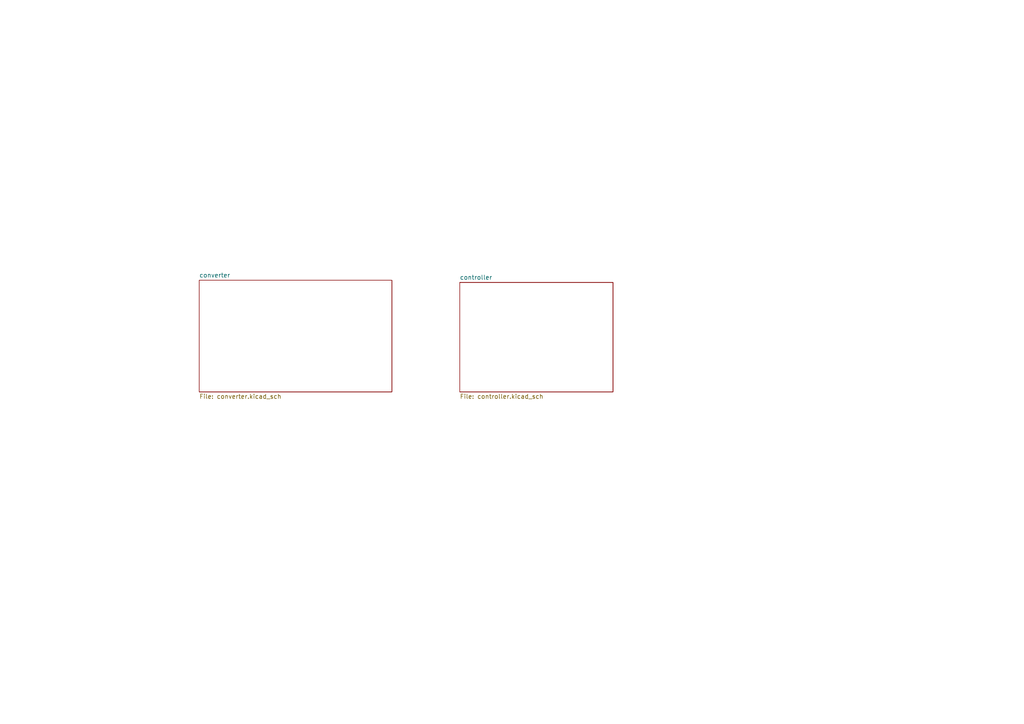
<source format=kicad_sch>
(kicad_sch (version 20230121) (generator eeschema)
  (paper "A4")
  (lib_symbols)
  (sheet (at 133.35 81.915) (size 44.45 31.75) (stroke (width 0.1524))
    (property "Sheetname" "controller" (at 133.35 81.2034 0) (effects (justify left bottom)))
    (property "Sheetfile" "controller.kicad_sch" (at 133.35 114.2496 0) (effects (justify left top)))
  )
  (sheet (at 57.785 81.28) (size 55.88 32.385) (stroke (width 0.1524))
    (property "Sheetname" "converter" (at 57.785 80.5684 0) (effects (justify left bottom)))
    (property "Sheetfile" "converter.kicad_sch" (at 57.785 114.2496 0) (effects (justify left top)))
  )
)
</source>
